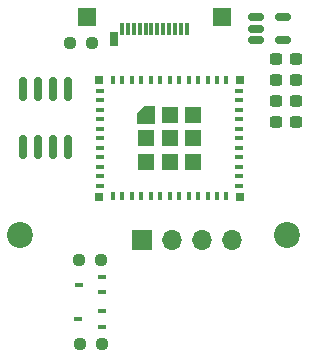
<source format=gbr>
%TF.GenerationSoftware,KiCad,Pcbnew,7.0.6*%
%TF.CreationDate,2023-08-15T22:29:45+09:00*%
%TF.ProjectId,CAN,43414e2e-6b69-4636-9164-5f7063625858,X1*%
%TF.SameCoordinates,Original*%
%TF.FileFunction,Soldermask,Top*%
%TF.FilePolarity,Negative*%
%FSLAX46Y46*%
G04 Gerber Fmt 4.6, Leading zero omitted, Abs format (unit mm)*
G04 Created by KiCad (PCBNEW 7.0.6) date 2023-08-15 22:29:45*
%MOMM*%
%LPD*%
G01*
G04 APERTURE LIST*
G04 Aperture macros list*
%AMRoundRect*
0 Rectangle with rounded corners*
0 $1 Rounding radius*
0 $2 $3 $4 $5 $6 $7 $8 $9 X,Y pos of 4 corners*
0 Add a 4 corners polygon primitive as box body*
4,1,4,$2,$3,$4,$5,$6,$7,$8,$9,$2,$3,0*
0 Add four circle primitives for the rounded corners*
1,1,$1+$1,$2,$3*
1,1,$1+$1,$4,$5*
1,1,$1+$1,$6,$7*
1,1,$1+$1,$8,$9*
0 Add four rect primitives between the rounded corners*
20,1,$1+$1,$2,$3,$4,$5,0*
20,1,$1+$1,$4,$5,$6,$7,0*
20,1,$1+$1,$6,$7,$8,$9,0*
20,1,$1+$1,$8,$9,$2,$3,0*%
%AMFreePoly0*
4,1,6,0.725000,-0.725000,-0.725000,-0.725000,-0.725000,0.125000,-0.125000,0.725000,0.725000,0.725000,0.725000,-0.725000,0.725000,-0.725000,$1*%
G04 Aperture macros list end*
%ADD10R,0.380000X1.000000*%
%ADD11R,0.700000X1.150000*%
%ADD12R,1.500000X1.500000*%
%ADD13RoundRect,0.237500X-0.300000X-0.237500X0.300000X-0.237500X0.300000X0.237500X-0.300000X0.237500X0*%
%ADD14RoundRect,0.237500X0.250000X0.237500X-0.250000X0.237500X-0.250000X-0.237500X0.250000X-0.237500X0*%
%ADD15R,0.700000X0.450000*%
%ADD16RoundRect,0.237500X0.300000X0.237500X-0.300000X0.237500X-0.300000X-0.237500X0.300000X-0.237500X0*%
%ADD17RoundRect,0.150000X-0.512500X-0.150000X0.512500X-0.150000X0.512500X0.150000X-0.512500X0.150000X0*%
%ADD18R,0.800000X0.400000*%
%ADD19R,0.400000X0.800000*%
%ADD20FreePoly0,0.000000*%
%ADD21R,1.450000X1.450000*%
%ADD22R,0.700000X0.700000*%
%ADD23RoundRect,0.150000X-0.150000X0.825000X-0.150000X-0.825000X0.150000X-0.825000X0.150000X0.825000X0*%
%ADD24C,2.200000*%
%ADD25R,1.700000X1.700000*%
%ADD26O,1.700000X1.700000*%
G04 APERTURE END LIST*
D10*
%TO.C,P1*%
X72480000Y-88414000D03*
X72980000Y-88414000D03*
X73480000Y-88414000D03*
X73980000Y-88414000D03*
X74480000Y-88414000D03*
X74980000Y-88414000D03*
X75480000Y-88414000D03*
X75980000Y-88414000D03*
X76480000Y-88414000D03*
X76980000Y-88414000D03*
X77480000Y-88414000D03*
X77980000Y-88414000D03*
D11*
X71810000Y-89254000D03*
%TD*%
D12*
%TO.C,TP1*%
X69530000Y-87374000D03*
%TD*%
%TO.C,TP3*%
X80930000Y-87374000D03*
%TD*%
D13*
%TO.C,C2*%
X85497500Y-92710000D03*
X87222500Y-92710000D03*
%TD*%
%TO.C,C1*%
X85497500Y-90932000D03*
X87222500Y-90932000D03*
%TD*%
D14*
%TO.C,R1*%
X69925000Y-89549000D03*
X68100000Y-89549000D03*
%TD*%
D13*
%TO.C,C3*%
X85497500Y-94488000D03*
X87222500Y-94488000D03*
%TD*%
D14*
%TO.C,R2*%
X70692500Y-107932000D03*
X68867500Y-107932000D03*
%TD*%
D15*
%TO.C,Q1*%
X70812000Y-110666000D03*
X70812000Y-109366000D03*
X68812000Y-110016000D03*
%TD*%
D16*
%TO.C,C4*%
X87222500Y-96266000D03*
X85497500Y-96266000D03*
%TD*%
D17*
%TO.C,U1*%
X83820000Y-87390000D03*
X83820000Y-88340000D03*
X83820000Y-89290000D03*
X86095000Y-89290000D03*
X86095000Y-87390000D03*
%TD*%
D18*
%TO.C,U5*%
X70630000Y-93624000D03*
X70630000Y-94424000D03*
X70630000Y-95224000D03*
X70630000Y-96024000D03*
X70630000Y-96824000D03*
X70630000Y-97624000D03*
X70630000Y-98424000D03*
X70630000Y-99224000D03*
X70630000Y-100024000D03*
X70630000Y-100824000D03*
X70630000Y-101624000D03*
D19*
X71730000Y-102524000D03*
X72530000Y-102524000D03*
X73330000Y-102524000D03*
X74130000Y-102524000D03*
X74930000Y-102524000D03*
X75730000Y-102524000D03*
X76530000Y-102524000D03*
X77330000Y-102524000D03*
X78130000Y-102524000D03*
X78930000Y-102524000D03*
X79730000Y-102524000D03*
X80530000Y-102524000D03*
X81330000Y-102524000D03*
D18*
X82430000Y-101624000D03*
X82430000Y-100824000D03*
X82430000Y-100024000D03*
X82430000Y-99224000D03*
X82430000Y-98424000D03*
X82430000Y-97624000D03*
X82430000Y-96824000D03*
X82430000Y-96024000D03*
X82430000Y-95224000D03*
X82430000Y-94424000D03*
X82430000Y-93624000D03*
D19*
X81330000Y-92724000D03*
X80530000Y-92724000D03*
X79730000Y-92724000D03*
X78930000Y-92724000D03*
X78130000Y-92724000D03*
X77330000Y-92724000D03*
X76530000Y-92724000D03*
X75730000Y-92724000D03*
X74930000Y-92724000D03*
X74130000Y-92724000D03*
X73330000Y-92724000D03*
X72530000Y-92724000D03*
X71730000Y-92724000D03*
D20*
X74555000Y-95649000D03*
D21*
X74555000Y-97624000D03*
X74555000Y-99599000D03*
X76530000Y-95649000D03*
X76530000Y-97624000D03*
X76530000Y-99599000D03*
X78505000Y-95649000D03*
X78505000Y-97624000D03*
X78505000Y-99599000D03*
D22*
X82480000Y-92674000D03*
X82480000Y-102574000D03*
X70580000Y-102574000D03*
X70580000Y-92674000D03*
%TD*%
D14*
%TO.C,R3*%
X70796000Y-115030000D03*
X68971000Y-115030000D03*
%TD*%
D23*
%TO.C,U2*%
X67945000Y-93424000D03*
X66675000Y-93424000D03*
X65405000Y-93424000D03*
X64135000Y-93424000D03*
X64135000Y-98374000D03*
X65405000Y-98374000D03*
X66675000Y-98374000D03*
X67945000Y-98374000D03*
%TD*%
D24*
%TO.C,H1*%
X63884000Y-105832000D03*
%TD*%
D25*
%TO.C,J1*%
X74150000Y-106200000D03*
D26*
X76690000Y-106200000D03*
X79230000Y-106200000D03*
X81770000Y-106200000D03*
%TD*%
D15*
%TO.C,Q2*%
X70796000Y-113572000D03*
X70796000Y-112272000D03*
X68796000Y-112922000D03*
%TD*%
D24*
%TO.C,H2*%
X86484000Y-105832000D03*
%TD*%
M02*

</source>
